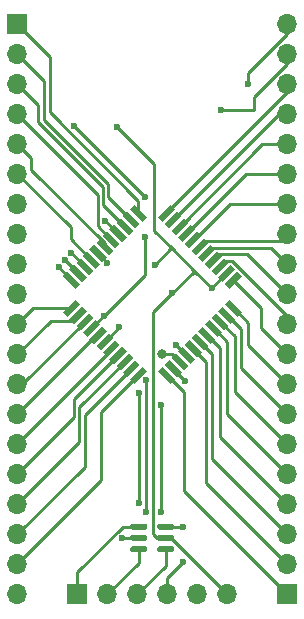
<source format=gbr>
G04 #@! TF.GenerationSoftware,KiCad,Pcbnew,(5.1.9-0-10_14)*
G04 #@! TF.CreationDate,2021-04-21T19:16:31+02:00*
G04 #@! TF.ProjectId,xilinx-cpld-breakout,78696c69-6e78-42d6-9370-6c642d627265,rev?*
G04 #@! TF.SameCoordinates,Original*
G04 #@! TF.FileFunction,Copper,L1,Top*
G04 #@! TF.FilePolarity,Positive*
%FSLAX46Y46*%
G04 Gerber Fmt 4.6, Leading zero omitted, Abs format (unit mm)*
G04 Created by KiCad (PCBNEW (5.1.9-0-10_14)) date 2021-04-21 19:16:31*
%MOMM*%
%LPD*%
G01*
G04 APERTURE LIST*
G04 #@! TA.AperFunction,SMDPad,CuDef*
%ADD10C,0.100000*%
G04 #@! TD*
G04 #@! TA.AperFunction,ComponentPad*
%ADD11O,1.700000X1.700000*%
G04 #@! TD*
G04 #@! TA.AperFunction,ComponentPad*
%ADD12R,1.700000X1.700000*%
G04 #@! TD*
G04 #@! TA.AperFunction,ViaPad*
%ADD13C,0.600000*%
G04 #@! TD*
G04 #@! TA.AperFunction,ViaPad*
%ADD14C,0.800000*%
G04 #@! TD*
G04 #@! TA.AperFunction,Conductor*
%ADD15C,0.250000*%
G04 #@! TD*
G04 APERTURE END LIST*
G04 #@! TA.AperFunction,SMDPad,CuDef*
D10*
G36*
X108816206Y-127215848D02*
G01*
X108427298Y-126826940D01*
X109487958Y-125766280D01*
X109876866Y-126155188D01*
X108816206Y-127215848D01*
G37*
G04 #@! TD.AperFunction*
G04 #@! TA.AperFunction,SMDPad,CuDef*
G36*
X109381891Y-127781534D02*
G01*
X108992983Y-127392626D01*
X110053643Y-126331966D01*
X110442551Y-126720874D01*
X109381891Y-127781534D01*
G37*
G04 #@! TD.AperFunction*
G04 #@! TA.AperFunction,SMDPad,CuDef*
G36*
X109947576Y-128347219D02*
G01*
X109558668Y-127958311D01*
X110619328Y-126897651D01*
X111008236Y-127286559D01*
X109947576Y-128347219D01*
G37*
G04 #@! TD.AperFunction*
G04 #@! TA.AperFunction,SMDPad,CuDef*
G36*
X110513262Y-128912904D02*
G01*
X110124354Y-128523996D01*
X111185014Y-127463336D01*
X111573922Y-127852244D01*
X110513262Y-128912904D01*
G37*
G04 #@! TD.AperFunction*
G04 #@! TA.AperFunction,SMDPad,CuDef*
G36*
X111078947Y-129478590D02*
G01*
X110690039Y-129089682D01*
X111750699Y-128029022D01*
X112139607Y-128417930D01*
X111078947Y-129478590D01*
G37*
G04 #@! TD.AperFunction*
G04 #@! TA.AperFunction,SMDPad,CuDef*
G36*
X111644633Y-130044275D02*
G01*
X111255725Y-129655367D01*
X112316385Y-128594707D01*
X112705293Y-128983615D01*
X111644633Y-130044275D01*
G37*
G04 #@! TD.AperFunction*
G04 #@! TA.AperFunction,SMDPad,CuDef*
G36*
X112210318Y-130609961D02*
G01*
X111821410Y-130221053D01*
X112882070Y-129160393D01*
X113270978Y-129549301D01*
X112210318Y-130609961D01*
G37*
G04 #@! TD.AperFunction*
G04 #@! TA.AperFunction,SMDPad,CuDef*
G36*
X112776004Y-131175646D02*
G01*
X112387096Y-130786738D01*
X113447756Y-129726078D01*
X113836664Y-130114986D01*
X112776004Y-131175646D01*
G37*
G04 #@! TD.AperFunction*
G04 #@! TA.AperFunction,SMDPad,CuDef*
G36*
X113341689Y-131741332D02*
G01*
X112952781Y-131352424D01*
X114013441Y-130291764D01*
X114402349Y-130680672D01*
X113341689Y-131741332D01*
G37*
G04 #@! TD.AperFunction*
G04 #@! TA.AperFunction,SMDPad,CuDef*
G36*
X113907374Y-132307017D02*
G01*
X113518466Y-131918109D01*
X114579126Y-130857449D01*
X114968034Y-131246357D01*
X113907374Y-132307017D01*
G37*
G04 #@! TD.AperFunction*
G04 #@! TA.AperFunction,SMDPad,CuDef*
G36*
X114473060Y-132872702D02*
G01*
X114084152Y-132483794D01*
X115144812Y-131423134D01*
X115533720Y-131812042D01*
X114473060Y-132872702D01*
G37*
G04 #@! TD.AperFunction*
G04 #@! TA.AperFunction,SMDPad,CuDef*
G36*
X114084152Y-134216206D02*
G01*
X114473060Y-133827298D01*
X115533720Y-134887958D01*
X115144812Y-135276866D01*
X114084152Y-134216206D01*
G37*
G04 #@! TD.AperFunction*
G04 #@! TA.AperFunction,SMDPad,CuDef*
G36*
X113518466Y-134781891D02*
G01*
X113907374Y-134392983D01*
X114968034Y-135453643D01*
X114579126Y-135842551D01*
X113518466Y-134781891D01*
G37*
G04 #@! TD.AperFunction*
G04 #@! TA.AperFunction,SMDPad,CuDef*
G36*
X112952781Y-135347576D02*
G01*
X113341689Y-134958668D01*
X114402349Y-136019328D01*
X114013441Y-136408236D01*
X112952781Y-135347576D01*
G37*
G04 #@! TD.AperFunction*
G04 #@! TA.AperFunction,SMDPad,CuDef*
G36*
X112387096Y-135913262D02*
G01*
X112776004Y-135524354D01*
X113836664Y-136585014D01*
X113447756Y-136973922D01*
X112387096Y-135913262D01*
G37*
G04 #@! TD.AperFunction*
G04 #@! TA.AperFunction,SMDPad,CuDef*
G36*
X111821410Y-136478947D02*
G01*
X112210318Y-136090039D01*
X113270978Y-137150699D01*
X112882070Y-137539607D01*
X111821410Y-136478947D01*
G37*
G04 #@! TD.AperFunction*
G04 #@! TA.AperFunction,SMDPad,CuDef*
G36*
X111255725Y-137044633D02*
G01*
X111644633Y-136655725D01*
X112705293Y-137716385D01*
X112316385Y-138105293D01*
X111255725Y-137044633D01*
G37*
G04 #@! TD.AperFunction*
G04 #@! TA.AperFunction,SMDPad,CuDef*
G36*
X110690039Y-137610318D02*
G01*
X111078947Y-137221410D01*
X112139607Y-138282070D01*
X111750699Y-138670978D01*
X110690039Y-137610318D01*
G37*
G04 #@! TD.AperFunction*
G04 #@! TA.AperFunction,SMDPad,CuDef*
G36*
X110124354Y-138176004D02*
G01*
X110513262Y-137787096D01*
X111573922Y-138847756D01*
X111185014Y-139236664D01*
X110124354Y-138176004D01*
G37*
G04 #@! TD.AperFunction*
G04 #@! TA.AperFunction,SMDPad,CuDef*
G36*
X109558668Y-138741689D02*
G01*
X109947576Y-138352781D01*
X111008236Y-139413441D01*
X110619328Y-139802349D01*
X109558668Y-138741689D01*
G37*
G04 #@! TD.AperFunction*
G04 #@! TA.AperFunction,SMDPad,CuDef*
G36*
X108992983Y-139307374D02*
G01*
X109381891Y-138918466D01*
X110442551Y-139979126D01*
X110053643Y-140368034D01*
X108992983Y-139307374D01*
G37*
G04 #@! TD.AperFunction*
G04 #@! TA.AperFunction,SMDPad,CuDef*
G36*
X108427298Y-139873060D02*
G01*
X108816206Y-139484152D01*
X109876866Y-140544812D01*
X109487958Y-140933720D01*
X108427298Y-139873060D01*
G37*
G04 #@! TD.AperFunction*
G04 #@! TA.AperFunction,SMDPad,CuDef*
G36*
X106412042Y-140933720D02*
G01*
X106023134Y-140544812D01*
X107083794Y-139484152D01*
X107472702Y-139873060D01*
X106412042Y-140933720D01*
G37*
G04 #@! TD.AperFunction*
G04 #@! TA.AperFunction,SMDPad,CuDef*
G36*
X105846357Y-140368034D02*
G01*
X105457449Y-139979126D01*
X106518109Y-138918466D01*
X106907017Y-139307374D01*
X105846357Y-140368034D01*
G37*
G04 #@! TD.AperFunction*
G04 #@! TA.AperFunction,SMDPad,CuDef*
G36*
X105280672Y-139802349D02*
G01*
X104891764Y-139413441D01*
X105952424Y-138352781D01*
X106341332Y-138741689D01*
X105280672Y-139802349D01*
G37*
G04 #@! TD.AperFunction*
G04 #@! TA.AperFunction,SMDPad,CuDef*
G36*
X104714986Y-139236664D02*
G01*
X104326078Y-138847756D01*
X105386738Y-137787096D01*
X105775646Y-138176004D01*
X104714986Y-139236664D01*
G37*
G04 #@! TD.AperFunction*
G04 #@! TA.AperFunction,SMDPad,CuDef*
G36*
X104149301Y-138670978D02*
G01*
X103760393Y-138282070D01*
X104821053Y-137221410D01*
X105209961Y-137610318D01*
X104149301Y-138670978D01*
G37*
G04 #@! TD.AperFunction*
G04 #@! TA.AperFunction,SMDPad,CuDef*
G36*
X103583615Y-138105293D02*
G01*
X103194707Y-137716385D01*
X104255367Y-136655725D01*
X104644275Y-137044633D01*
X103583615Y-138105293D01*
G37*
G04 #@! TD.AperFunction*
G04 #@! TA.AperFunction,SMDPad,CuDef*
G36*
X103017930Y-137539607D02*
G01*
X102629022Y-137150699D01*
X103689682Y-136090039D01*
X104078590Y-136478947D01*
X103017930Y-137539607D01*
G37*
G04 #@! TD.AperFunction*
G04 #@! TA.AperFunction,SMDPad,CuDef*
G36*
X102452244Y-136973922D02*
G01*
X102063336Y-136585014D01*
X103123996Y-135524354D01*
X103512904Y-135913262D01*
X102452244Y-136973922D01*
G37*
G04 #@! TD.AperFunction*
G04 #@! TA.AperFunction,SMDPad,CuDef*
G36*
X101886559Y-136408236D02*
G01*
X101497651Y-136019328D01*
X102558311Y-134958668D01*
X102947219Y-135347576D01*
X101886559Y-136408236D01*
G37*
G04 #@! TD.AperFunction*
G04 #@! TA.AperFunction,SMDPad,CuDef*
G36*
X101320874Y-135842551D02*
G01*
X100931966Y-135453643D01*
X101992626Y-134392983D01*
X102381534Y-134781891D01*
X101320874Y-135842551D01*
G37*
G04 #@! TD.AperFunction*
G04 #@! TA.AperFunction,SMDPad,CuDef*
G36*
X100755188Y-135276866D02*
G01*
X100366280Y-134887958D01*
X101426940Y-133827298D01*
X101815848Y-134216206D01*
X100755188Y-135276866D01*
G37*
G04 #@! TD.AperFunction*
G04 #@! TA.AperFunction,SMDPad,CuDef*
G36*
X100366280Y-131812042D02*
G01*
X100755188Y-131423134D01*
X101815848Y-132483794D01*
X101426940Y-132872702D01*
X100366280Y-131812042D01*
G37*
G04 #@! TD.AperFunction*
G04 #@! TA.AperFunction,SMDPad,CuDef*
G36*
X100931966Y-131246357D02*
G01*
X101320874Y-130857449D01*
X102381534Y-131918109D01*
X101992626Y-132307017D01*
X100931966Y-131246357D01*
G37*
G04 #@! TD.AperFunction*
G04 #@! TA.AperFunction,SMDPad,CuDef*
G36*
X101497651Y-130680672D02*
G01*
X101886559Y-130291764D01*
X102947219Y-131352424D01*
X102558311Y-131741332D01*
X101497651Y-130680672D01*
G37*
G04 #@! TD.AperFunction*
G04 #@! TA.AperFunction,SMDPad,CuDef*
G36*
X102063336Y-130114986D02*
G01*
X102452244Y-129726078D01*
X103512904Y-130786738D01*
X103123996Y-131175646D01*
X102063336Y-130114986D01*
G37*
G04 #@! TD.AperFunction*
G04 #@! TA.AperFunction,SMDPad,CuDef*
G36*
X102629022Y-129549301D02*
G01*
X103017930Y-129160393D01*
X104078590Y-130221053D01*
X103689682Y-130609961D01*
X102629022Y-129549301D01*
G37*
G04 #@! TD.AperFunction*
G04 #@! TA.AperFunction,SMDPad,CuDef*
G36*
X103194707Y-128983615D02*
G01*
X103583615Y-128594707D01*
X104644275Y-129655367D01*
X104255367Y-130044275D01*
X103194707Y-128983615D01*
G37*
G04 #@! TD.AperFunction*
G04 #@! TA.AperFunction,SMDPad,CuDef*
G36*
X103760393Y-128417930D02*
G01*
X104149301Y-128029022D01*
X105209961Y-129089682D01*
X104821053Y-129478590D01*
X103760393Y-128417930D01*
G37*
G04 #@! TD.AperFunction*
G04 #@! TA.AperFunction,SMDPad,CuDef*
G36*
X104326078Y-127852244D02*
G01*
X104714986Y-127463336D01*
X105775646Y-128523996D01*
X105386738Y-128912904D01*
X104326078Y-127852244D01*
G37*
G04 #@! TD.AperFunction*
G04 #@! TA.AperFunction,SMDPad,CuDef*
G36*
X104891764Y-127286559D02*
G01*
X105280672Y-126897651D01*
X106341332Y-127958311D01*
X105952424Y-128347219D01*
X104891764Y-127286559D01*
G37*
G04 #@! TD.AperFunction*
G04 #@! TA.AperFunction,SMDPad,CuDef*
G36*
X105457449Y-126720874D02*
G01*
X105846357Y-126331966D01*
X106907017Y-127392626D01*
X106518109Y-127781534D01*
X105457449Y-126720874D01*
G37*
G04 #@! TD.AperFunction*
G04 #@! TA.AperFunction,SMDPad,CuDef*
G36*
X106023134Y-126155188D02*
G01*
X106412042Y-125766280D01*
X107472702Y-126826940D01*
X107083794Y-127215848D01*
X106023134Y-126155188D01*
G37*
G04 #@! TD.AperFunction*
D11*
X119380000Y-110490000D03*
X119380000Y-113030000D03*
X119380000Y-115570000D03*
X119380000Y-118110000D03*
X119380000Y-120650000D03*
X119380000Y-123190000D03*
X119380000Y-125730000D03*
X119380000Y-128270000D03*
X119380000Y-130810000D03*
X119380000Y-133350000D03*
X119380000Y-135890000D03*
X119380000Y-138430000D03*
X119380000Y-140970000D03*
X119380000Y-143510000D03*
X119380000Y-146050000D03*
X119380000Y-148590000D03*
X119380000Y-151130000D03*
X119380000Y-153670000D03*
X119380000Y-156210000D03*
D12*
X119380000Y-158750000D03*
D11*
X96520000Y-158750000D03*
X96520000Y-156210000D03*
X96520000Y-153670000D03*
X96520000Y-151130000D03*
X96520000Y-148590000D03*
X96520000Y-146050000D03*
X96520000Y-143510000D03*
X96520000Y-140970000D03*
X96520000Y-138430000D03*
X96520000Y-135890000D03*
X96520000Y-133350000D03*
X96520000Y-130810000D03*
X96520000Y-128270000D03*
X96520000Y-125730000D03*
X96520000Y-123190000D03*
X96520000Y-120650000D03*
X96520000Y-118110000D03*
X96520000Y-115570000D03*
X96520000Y-113030000D03*
D12*
X96520000Y-110490000D03*
G04 #@! TA.AperFunction,SMDPad,CuDef*
G36*
G01*
X108375000Y-153162500D02*
X108375000Y-152912500D01*
G75*
G02*
X108500000Y-152787500I125000J0D01*
G01*
X109675000Y-152787500D01*
G75*
G02*
X109800000Y-152912500I0J-125000D01*
G01*
X109800000Y-153162500D01*
G75*
G02*
X109675000Y-153287500I-125000J0D01*
G01*
X108500000Y-153287500D01*
G75*
G02*
X108375000Y-153162500I0J125000D01*
G01*
G37*
G04 #@! TD.AperFunction*
G04 #@! TA.AperFunction,SMDPad,CuDef*
G36*
G01*
X108375000Y-154112500D02*
X108375000Y-153862500D01*
G75*
G02*
X108500000Y-153737500I125000J0D01*
G01*
X109675000Y-153737500D01*
G75*
G02*
X109800000Y-153862500I0J-125000D01*
G01*
X109800000Y-154112500D01*
G75*
G02*
X109675000Y-154237500I-125000J0D01*
G01*
X108500000Y-154237500D01*
G75*
G02*
X108375000Y-154112500I0J125000D01*
G01*
G37*
G04 #@! TD.AperFunction*
G04 #@! TA.AperFunction,SMDPad,CuDef*
G36*
G01*
X108375000Y-155062500D02*
X108375000Y-154812500D01*
G75*
G02*
X108500000Y-154687500I125000J0D01*
G01*
X109675000Y-154687500D01*
G75*
G02*
X109800000Y-154812500I0J-125000D01*
G01*
X109800000Y-155062500D01*
G75*
G02*
X109675000Y-155187500I-125000J0D01*
G01*
X108500000Y-155187500D01*
G75*
G02*
X108375000Y-155062500I0J125000D01*
G01*
G37*
G04 #@! TD.AperFunction*
G04 #@! TA.AperFunction,SMDPad,CuDef*
G36*
G01*
X106100000Y-155062500D02*
X106100000Y-154812500D01*
G75*
G02*
X106225000Y-154687500I125000J0D01*
G01*
X107400000Y-154687500D01*
G75*
G02*
X107525000Y-154812500I0J-125000D01*
G01*
X107525000Y-155062500D01*
G75*
G02*
X107400000Y-155187500I-125000J0D01*
G01*
X106225000Y-155187500D01*
G75*
G02*
X106100000Y-155062500I0J125000D01*
G01*
G37*
G04 #@! TD.AperFunction*
G04 #@! TA.AperFunction,SMDPad,CuDef*
G36*
G01*
X106100000Y-154112500D02*
X106100000Y-153862500D01*
G75*
G02*
X106225000Y-153737500I125000J0D01*
G01*
X107400000Y-153737500D01*
G75*
G02*
X107525000Y-153862500I0J-125000D01*
G01*
X107525000Y-154112500D01*
G75*
G02*
X107400000Y-154237500I-125000J0D01*
G01*
X106225000Y-154237500D01*
G75*
G02*
X106100000Y-154112500I0J125000D01*
G01*
G37*
G04 #@! TD.AperFunction*
G04 #@! TA.AperFunction,SMDPad,CuDef*
G36*
G01*
X106100000Y-153162500D02*
X106100000Y-152912500D01*
G75*
G02*
X106225000Y-152787500I125000J0D01*
G01*
X107400000Y-152787500D01*
G75*
G02*
X107525000Y-152912500I0J-125000D01*
G01*
X107525000Y-153162500D01*
G75*
G02*
X107400000Y-153287500I-125000J0D01*
G01*
X106225000Y-153287500D01*
G75*
G02*
X106100000Y-153162500I0J125000D01*
G01*
G37*
G04 #@! TD.AperFunction*
D11*
X114300000Y-158750000D03*
X111760000Y-158750000D03*
X109220000Y-158750000D03*
X106680000Y-158750000D03*
X104140000Y-158750000D03*
D12*
X101600000Y-158750000D03*
D13*
X104965500Y-119189500D03*
X112966500Y-132842000D03*
X109601000Y-133286500D03*
X108140500Y-130873500D03*
X105410000Y-153987500D03*
X103949500Y-127127000D03*
X105156000Y-136144000D03*
D14*
X108774990Y-138430000D03*
D13*
X107315000Y-128524000D03*
X107315000Y-125095000D03*
X103865879Y-135171379D03*
X101346000Y-119126000D03*
X104140000Y-130683000D03*
X109982000Y-137668000D03*
X100012500Y-131064000D03*
X110553500Y-156019500D03*
X110553500Y-153035000D03*
X110717571Y-140675992D03*
X108674990Y-142748000D03*
X108674990Y-151765000D03*
X101092000Y-129857500D03*
X107424990Y-140652500D03*
X107424990Y-151765000D03*
X100565195Y-130459563D03*
X106799990Y-141732000D03*
X106799990Y-151066500D03*
X116078000Y-115570000D03*
X113792000Y-117729000D03*
D15*
X114243250Y-131582233D02*
X114226267Y-131582233D01*
X114226267Y-131582233D02*
X112966500Y-132842000D01*
X108102288Y-122326288D02*
X104965500Y-119189500D01*
X108102288Y-127977788D02*
X108102288Y-122326288D01*
X109537500Y-153987500D02*
X114300000Y-158750000D01*
X109087500Y-153987500D02*
X109537500Y-153987500D01*
X111442500Y-131445000D02*
X111569500Y-131445000D01*
X109601000Y-133286500D02*
X111442500Y-131445000D01*
X112966500Y-132842000D02*
X111569500Y-131445000D01*
X109537500Y-129476500D02*
X109601000Y-129476500D01*
X108140500Y-130873500D02*
X109537500Y-129476500D01*
X109601000Y-129476500D02*
X108102288Y-127977788D01*
X111569500Y-131445000D02*
X109601000Y-129476500D01*
X108375000Y-153987500D02*
X109087500Y-153987500D01*
X108049990Y-153662490D02*
X108375000Y-153987500D01*
X108049990Y-134837510D02*
X108049990Y-153662490D01*
X109601000Y-133286500D02*
X108049990Y-134837510D01*
X106812500Y-153987500D02*
X105410000Y-153987500D01*
X105010620Y-128188120D02*
X103949500Y-127127000D01*
X105050862Y-128188120D02*
X105010620Y-128188120D01*
X110283452Y-139077565D02*
X110283452Y-139112452D01*
X103919491Y-137380509D02*
X105156000Y-136144000D01*
X109635887Y-138430000D02*
X108774990Y-138430000D01*
X110283452Y-139077565D02*
X109635887Y-138430000D01*
X107315000Y-131722258D02*
X107315000Y-128524000D01*
X102788120Y-136249138D02*
X103865879Y-135171379D01*
X103865879Y-135171379D02*
X107315000Y-131722258D01*
X107315000Y-125095000D02*
X101346000Y-119126000D01*
X103353806Y-129896806D02*
X104140000Y-130683000D01*
X103353806Y-129885177D02*
X103353806Y-129896806D01*
X110825880Y-138511880D02*
X109982000Y-137668000D01*
X110849138Y-138511880D02*
X110825880Y-138511880D01*
X101091064Y-132142564D02*
X100012500Y-131064000D01*
X101091064Y-132147918D02*
X101091064Y-132142564D01*
X109220000Y-157353000D02*
X110553500Y-156019500D01*
X109220000Y-158750000D02*
X109220000Y-157353000D01*
X109090000Y-153035000D02*
X109087500Y-153037500D01*
X110553500Y-153035000D02*
X109090000Y-153035000D01*
X109717767Y-139676188D02*
X110717571Y-140675992D01*
X109717767Y-139643250D02*
X109717767Y-139676188D01*
X108674990Y-142748000D02*
X108674990Y-151765000D01*
X109087500Y-156342500D02*
X106680000Y-158750000D01*
X109087500Y-154937500D02*
X109087500Y-156342500D01*
X102222435Y-130987935D02*
X101092000Y-129857500D01*
X102222435Y-131016548D02*
X102222435Y-130987935D01*
X106812500Y-156077500D02*
X106812500Y-154937500D01*
X104140000Y-158750000D02*
X106812500Y-156077500D01*
X107424990Y-140652500D02*
X107424990Y-151765000D01*
X101656750Y-131551118D02*
X100565195Y-130459563D01*
X101656750Y-131582233D02*
X101656750Y-131551118D01*
X105434998Y-153037500D02*
X106812500Y-153037500D01*
X101600000Y-156872498D02*
X105434998Y-153037500D01*
X101600000Y-158750000D02*
X101600000Y-156872498D01*
X106799990Y-141732000D02*
X106799990Y-151066500D01*
X116078000Y-114592998D02*
X119380000Y-111290998D01*
X119380000Y-111290998D02*
X119380000Y-110490000D01*
X116078000Y-115570000D02*
X116078000Y-114592998D01*
X113792000Y-117729000D02*
X116586000Y-117729000D01*
X116586000Y-116624998D02*
X119380000Y-113830998D01*
X119380000Y-113830998D02*
X119380000Y-113030000D01*
X116586000Y-117729000D02*
X116586000Y-116624998D01*
X99256010Y-113226010D02*
X96520000Y-110490000D01*
X99256010Y-117925010D02*
X99256010Y-113226010D01*
X106747918Y-125416918D02*
X99256010Y-117925010D01*
X106747918Y-126491064D02*
X106747918Y-125416918D01*
X103324499Y-124914499D02*
X96520000Y-118110000D01*
X103324499Y-127593128D02*
X103324499Y-124914499D01*
X104485177Y-128753806D02*
X103324499Y-127593128D01*
X103774509Y-125780396D02*
X103774509Y-124285009D01*
X105616548Y-127622435D02*
X103774509Y-125780396D01*
X103774509Y-124285009D02*
X98298000Y-118808500D01*
X98298000Y-117348000D02*
X96520000Y-115570000D01*
X98298000Y-118808500D02*
X98298000Y-117348000D01*
X104224519Y-125116019D02*
X104224519Y-124036519D01*
X106165250Y-127056750D02*
X104224519Y-125116019D01*
X106182233Y-127056750D02*
X106165250Y-127056750D01*
X104224519Y-124036519D02*
X98806000Y-118618000D01*
X98806000Y-115316000D02*
X96520000Y-113030000D01*
X98806000Y-118618000D02*
X98806000Y-115316000D01*
X102788120Y-130450862D02*
X101028500Y-128691242D01*
X101028500Y-127698500D02*
X96520000Y-123190000D01*
X101028500Y-128691242D02*
X101028500Y-127698500D01*
X97695001Y-121825001D02*
X96520000Y-120650000D01*
X97695001Y-122812174D02*
X97695001Y-121825001D01*
X103919491Y-129036664D02*
X97695001Y-122812174D01*
X103919491Y-129319491D02*
X103919491Y-129036664D01*
X103215177Y-136814823D02*
X96520000Y-143510000D01*
X103353806Y-136814823D02*
X103215177Y-136814823D01*
X96935887Y-140970000D02*
X96520000Y-140970000D01*
X102222435Y-135683452D02*
X96935887Y-140970000D01*
X99348124Y-135601876D02*
X96520000Y-138430000D01*
X101172641Y-135601876D02*
X99348124Y-135601876D01*
X101656750Y-135117767D02*
X101172641Y-135601876D01*
X97857918Y-134552082D02*
X96520000Y-135890000D01*
X101091064Y-134552082D02*
X97857918Y-134552082D01*
X114808936Y-134552082D02*
X114867082Y-134552082D01*
X114867082Y-134552082D02*
X116078000Y-135763000D01*
X116078000Y-137668000D02*
X119380000Y-140970000D01*
X116078000Y-135763000D02*
X116078000Y-137668000D01*
X114808936Y-132147918D02*
X117157500Y-134496482D01*
X117157500Y-136207500D02*
X119380000Y-138430000D01*
X117157500Y-134496482D02*
X117157500Y-136207500D01*
X113677565Y-131016548D02*
X113677565Y-130987935D01*
X119380000Y-135198688D02*
X119380000Y-135890000D01*
X114713751Y-130532439D02*
X119380000Y-135198688D01*
X114133061Y-130532439D02*
X114713751Y-130532439D01*
X113677565Y-130987935D02*
X114133061Y-130532439D01*
X113111880Y-130450862D02*
X113135138Y-130450862D01*
X115996754Y-129966754D02*
X119380000Y-133350000D01*
X113619246Y-129966754D02*
X115996754Y-129966754D01*
X113135138Y-130450862D02*
X113619246Y-129966754D01*
X117971068Y-129401068D02*
X119380000Y-130810000D01*
X113030303Y-129401068D02*
X117971068Y-129401068D01*
X112546194Y-129885177D02*
X113030303Y-129401068D01*
X119380000Y-116263146D02*
X119380000Y-115570000D01*
X109152082Y-126491064D02*
X119380000Y-116263146D01*
X118664517Y-118110000D02*
X119380000Y-118110000D01*
X109717767Y-127056750D02*
X118664517Y-118110000D01*
X117255887Y-120650000D02*
X119380000Y-120650000D01*
X110283452Y-127622435D02*
X117255887Y-120650000D01*
X110849138Y-128188120D02*
X115847258Y-123190000D01*
X115847258Y-123190000D02*
X119380000Y-123190000D01*
X111414823Y-128753806D02*
X111466694Y-128753806D01*
X114490500Y-125730000D02*
X119380000Y-125730000D01*
X111466694Y-128753806D02*
X114490500Y-125730000D01*
X118814617Y-128835383D02*
X119380000Y-128270000D01*
X112464617Y-128835383D02*
X118814617Y-128835383D01*
X111980509Y-129319491D02*
X112464617Y-128835383D01*
X114243250Y-135117767D02*
X114289767Y-135117767D01*
X114289767Y-135117767D02*
X115443000Y-136271000D01*
X115443000Y-139573000D02*
X119380000Y-143510000D01*
X115443000Y-136271000D02*
X115443000Y-139573000D01*
X113677565Y-135683452D02*
X113712452Y-135683452D01*
X113712452Y-135683452D02*
X114935000Y-136906000D01*
X114935000Y-141605000D02*
X119380000Y-146050000D01*
X114935000Y-136906000D02*
X114935000Y-141605000D01*
X113111880Y-136249138D02*
X113135138Y-136249138D01*
X113135138Y-136249138D02*
X114300000Y-137414000D01*
X114300000Y-143510000D02*
X119380000Y-148590000D01*
X114300000Y-137414000D02*
X114300000Y-143510000D01*
X112546194Y-136814823D02*
X112557823Y-136814823D01*
X112557823Y-136814823D02*
X113665000Y-137922000D01*
X113665000Y-145415000D02*
X119380000Y-151130000D01*
X113665000Y-137922000D02*
X113665000Y-145415000D01*
X111980509Y-137380509D02*
X113030000Y-138430000D01*
X113030000Y-147320000D02*
X119380000Y-153670000D01*
X113030000Y-138430000D02*
X113030000Y-147320000D01*
X111414823Y-137946194D02*
X111414823Y-137957823D01*
X111414823Y-137957823D02*
X112522000Y-139065000D01*
X112522000Y-149352000D02*
X119380000Y-156210000D01*
X112522000Y-139065000D02*
X112522000Y-149352000D01*
X109152082Y-140208936D02*
X109220936Y-140208936D01*
X109220936Y-140208936D02*
X110617000Y-141605000D01*
X110617000Y-149987000D02*
X119380000Y-158750000D01*
X110617000Y-141605000D02*
X110617000Y-149987000D01*
X96520000Y-156210000D02*
X103632000Y-149098000D01*
X103632000Y-143324854D02*
X106747918Y-140208936D01*
X103632000Y-149098000D02*
X103632000Y-143324854D01*
X102235000Y-143590483D02*
X106182233Y-139643250D01*
X102235000Y-147955000D02*
X102235000Y-143590483D01*
X96520000Y-153670000D02*
X102235000Y-147955000D01*
X101784990Y-142909123D02*
X105616548Y-139077565D01*
X101784990Y-145865010D02*
X101784990Y-142909123D01*
X96520000Y-151130000D02*
X101784990Y-145865010D01*
X101334980Y-142227762D02*
X105050862Y-138511880D01*
X101334980Y-143775020D02*
X101334980Y-142227762D01*
X96520000Y-148590000D02*
X101334980Y-143775020D01*
X104485177Y-138084823D02*
X96520000Y-146050000D01*
X104485177Y-137946194D02*
X104485177Y-138084823D01*
M02*

</source>
